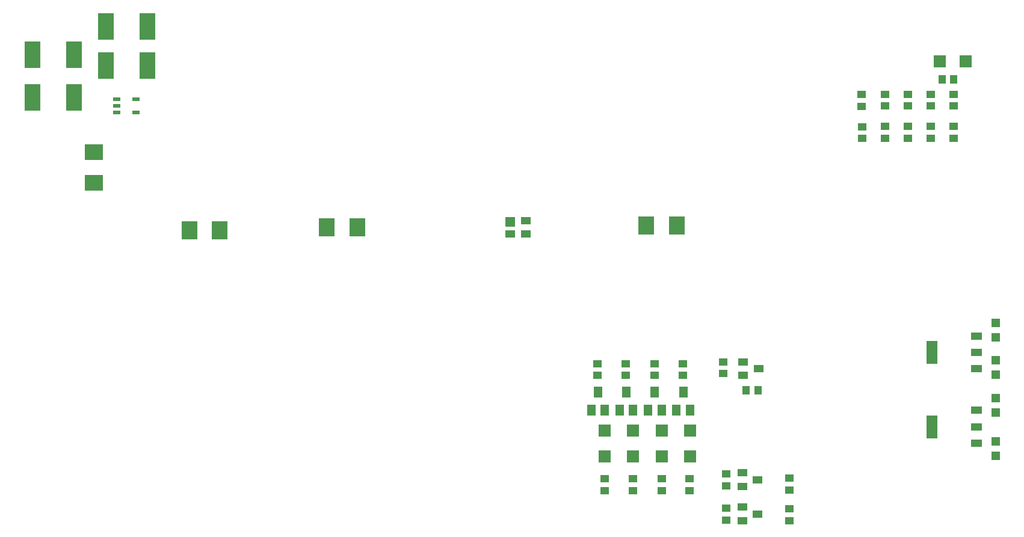
<source format=gtp>
G04 Layer_Color=8421504*
%FSAX25Y25*%
%MOIN*%
G70*
G01*
G75*
%ADD10R,0.05906X0.12992*%
%ADD11R,0.05906X0.03937*%
%ADD12R,0.07000X0.07000*%
%ADD13R,0.07000X0.07000*%
%ADD14R,0.09000X0.15000*%
%ADD15R,0.09843X0.09055*%
%ADD16R,0.04134X0.02362*%
%ADD17R,0.09055X0.09843*%
%ADD18R,0.05512X0.05512*%
%ADD19R,0.05512X0.03937*%
%ADD20R,0.04500X0.05000*%
%ADD21R,0.04724X0.05906*%
%ADD22R,0.04000X0.04500*%
%ADD23R,0.04500X0.04000*%
D10*
X0656297Y0170755D02*
D03*
Y0212055D02*
D03*
D11*
X0681100Y0179810D02*
D03*
Y0170755D02*
D03*
Y0161700D02*
D03*
Y0203000D02*
D03*
Y0212055D02*
D03*
Y0221110D02*
D03*
D12*
X0522348Y0168700D02*
D03*
Y0154200D02*
D03*
X0506600Y0168700D02*
D03*
Y0154200D02*
D03*
X0490852Y0168700D02*
D03*
Y0154200D02*
D03*
X0475104Y0168700D02*
D03*
Y0154200D02*
D03*
D13*
X0660600Y0373200D02*
D03*
X0675100D02*
D03*
D14*
X0181102Y0376969D02*
D03*
X0158102D02*
D03*
X0198819Y0371063D02*
D03*
X0221819D02*
D03*
X0198819Y0392717D02*
D03*
X0221819D02*
D03*
X0181102Y0353346D02*
D03*
X0158102D02*
D03*
D15*
X0191929Y0322835D02*
D03*
Y0305906D02*
D03*
D16*
X0215354Y0352362D02*
D03*
Y0344882D02*
D03*
X0204724D02*
D03*
Y0348622D02*
D03*
Y0352362D02*
D03*
D17*
X0244969Y0279528D02*
D03*
X0261898D02*
D03*
X0338079Y0281232D02*
D03*
X0321150D02*
D03*
X0515177Y0282398D02*
D03*
X0498248D02*
D03*
D18*
X0422600Y0284200D02*
D03*
D19*
Y0277507D02*
D03*
X0431261D02*
D03*
Y0284987D02*
D03*
X0559924Y0122435D02*
D03*
X0551262Y0118695D02*
D03*
Y0126176D02*
D03*
X0559924Y0141435D02*
D03*
X0551262Y0137695D02*
D03*
Y0145176D02*
D03*
X0560261Y0202940D02*
D03*
X0551600Y0199200D02*
D03*
Y0206680D02*
D03*
D20*
X0691600Y0186500D02*
D03*
Y0178500D02*
D03*
Y0162500D02*
D03*
Y0154500D02*
D03*
Y0207700D02*
D03*
Y0199700D02*
D03*
Y0228200D02*
D03*
Y0220200D02*
D03*
D21*
X0471364Y0189960D02*
D03*
X0475104Y0180117D02*
D03*
X0467624D02*
D03*
X0487112Y0189960D02*
D03*
X0490852Y0180117D02*
D03*
X0483372D02*
D03*
X0502860Y0189960D02*
D03*
X0506600Y0180117D02*
D03*
X0499120D02*
D03*
X0518608Y0189960D02*
D03*
X0522348Y0180117D02*
D03*
X0514868D02*
D03*
D22*
X0661946Y0363201D02*
D03*
X0668446D02*
D03*
X0560018Y0190931D02*
D03*
X0553518D02*
D03*
D23*
X0668364Y0337296D02*
D03*
Y0330796D02*
D03*
X0655600Y0337296D02*
D03*
Y0330796D02*
D03*
X0643041Y0337296D02*
D03*
Y0330796D02*
D03*
X0630293Y0337296D02*
D03*
Y0330796D02*
D03*
X0617643Y0337099D02*
D03*
Y0330599D02*
D03*
X0668364Y0355012D02*
D03*
Y0348512D02*
D03*
X0655600Y0355012D02*
D03*
Y0348512D02*
D03*
X0643041Y0355012D02*
D03*
Y0348512D02*
D03*
X0630293Y0355012D02*
D03*
Y0348512D02*
D03*
X0617546Y0354961D02*
D03*
Y0348461D02*
D03*
X0475103Y0135381D02*
D03*
Y0141881D02*
D03*
X0522150Y0135381D02*
D03*
Y0141881D02*
D03*
X0506599Y0135381D02*
D03*
Y0141881D02*
D03*
X0490753Y0135381D02*
D03*
Y0141881D02*
D03*
X0471166Y0199259D02*
D03*
Y0205759D02*
D03*
X0486914Y0199259D02*
D03*
Y0205759D02*
D03*
X0502662Y0199259D02*
D03*
Y0205759D02*
D03*
X0518410Y0199259D02*
D03*
Y0205759D02*
D03*
X0540772Y0200231D02*
D03*
Y0206731D02*
D03*
X0577261Y0135726D02*
D03*
Y0142227D02*
D03*
X0542263Y0144625D02*
D03*
Y0138125D02*
D03*
X0577261Y0118727D02*
D03*
Y0125226D02*
D03*
X0542263Y0125625D02*
D03*
Y0119125D02*
D03*
M02*

</source>
